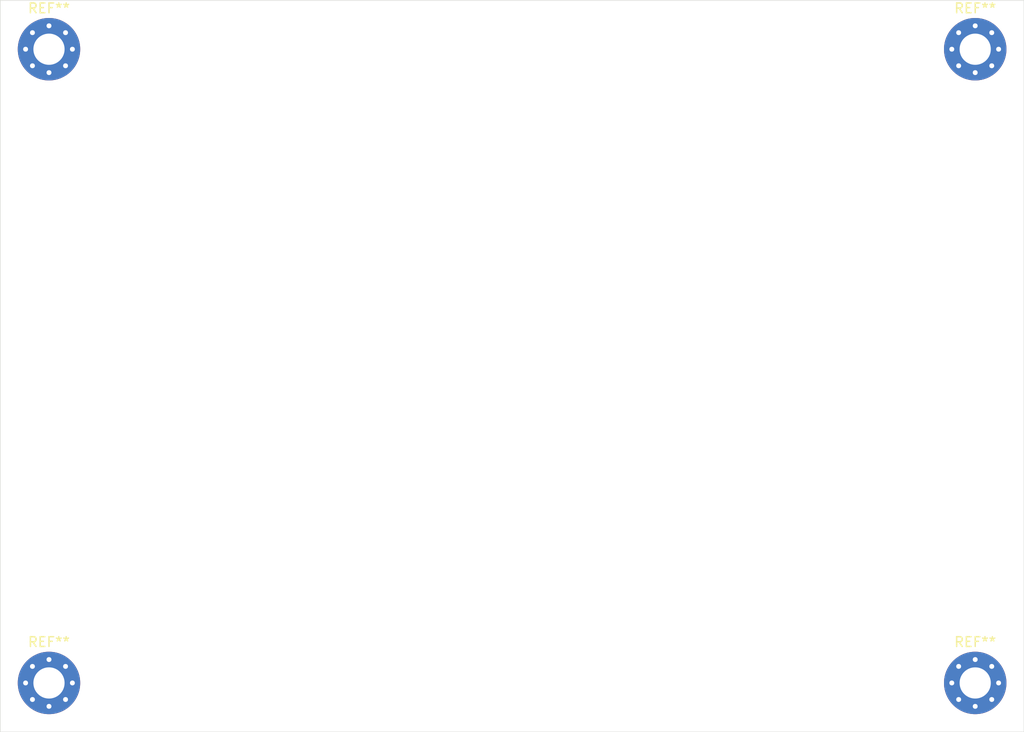
<source format=kicad_pcb>
(kicad_pcb (version 20171130) (host pcbnew "(5.1.9)-1")

  (general
    (thickness 1.6)
    (drawings 4)
    (tracks 0)
    (zones 0)
    (modules 4)
    (nets 1)
  )

  (page A4)
  (layers
    (0 F.Cu signal)
    (31 B.Cu signal)
    (32 B.Adhes user)
    (33 F.Adhes user)
    (34 B.Paste user)
    (35 F.Paste user)
    (36 B.SilkS user)
    (37 F.SilkS user)
    (38 B.Mask user)
    (39 F.Mask user)
    (40 Dwgs.User user)
    (41 Cmts.User user)
    (42 Eco1.User user)
    (43 Eco2.User user)
    (44 Edge.Cuts user)
    (45 Margin user)
    (46 B.CrtYd user)
    (47 F.CrtYd user)
    (48 B.Fab user)
    (49 F.Fab user)
  )

  (setup
    (last_trace_width 0.25)
    (trace_clearance 0.2)
    (zone_clearance 0.508)
    (zone_45_only no)
    (trace_min 0.2)
    (via_size 0.8)
    (via_drill 0.4)
    (via_min_size 0.4)
    (via_min_drill 0.3)
    (uvia_size 0.3)
    (uvia_drill 0.1)
    (uvias_allowed no)
    (uvia_min_size 0.2)
    (uvia_min_drill 0.1)
    (edge_width 0.05)
    (segment_width 0.2)
    (pcb_text_width 0.3)
    (pcb_text_size 1.5 1.5)
    (mod_edge_width 0.12)
    (mod_text_size 1 1)
    (mod_text_width 0.15)
    (pad_size 1.524 1.524)
    (pad_drill 0.762)
    (pad_to_mask_clearance 0)
    (aux_axis_origin 0 0)
    (visible_elements FFFFFF7F)
    (pcbplotparams
      (layerselection 0x010fc_ffffffff)
      (usegerberextensions false)
      (usegerberattributes true)
      (usegerberadvancedattributes true)
      (creategerberjobfile true)
      (excludeedgelayer true)
      (linewidth 0.100000)
      (plotframeref false)
      (viasonmask false)
      (mode 1)
      (useauxorigin false)
      (hpglpennumber 1)
      (hpglpenspeed 20)
      (hpglpendiameter 15.000000)
      (psnegative false)
      (psa4output false)
      (plotreference true)
      (plotvalue true)
      (plotinvisibletext false)
      (padsonsilk false)
      (subtractmaskfromsilk false)
      (outputformat 1)
      (mirror false)
      (drillshape 0)
      (scaleselection 1)
      (outputdirectory "export/"))
  )

  (net 0 "")

  (net_class Default "This is the default net class."
    (clearance 0.2)
    (trace_width 0.25)
    (via_dia 0.8)
    (via_drill 0.4)
    (uvia_dia 0.3)
    (uvia_drill 0.1)
  )

  (module MountingHole:MountingHole_3.2mm_M3_Pad_Via (layer F.Cu) (tedit 56DDBCCA) (tstamp 63E01349)
    (at 180 80)
    (descr "Mounting Hole 3.2mm, M3")
    (tags "mounting hole 3.2mm m3")
    (attr virtual)
    (fp_text reference REF** (at 0 -4.2) (layer F.SilkS)
      (effects (font (size 1 1) (thickness 0.15)))
    )
    (fp_text value MountingHole_3.2mm_M3_Pad_Via (at 0 4.2) (layer F.Fab) hide
      (effects (font (size 1 1) (thickness 0.15)))
    )
    (fp_circle (center 0 0) (end 3.2 0) (layer Cmts.User) (width 0.15))
    (fp_circle (center 0 0) (end 3.45 0) (layer F.CrtYd) (width 0.05))
    (fp_text user %R (at 0.3 0) (layer F.Fab)
      (effects (font (size 1 1) (thickness 0.15)))
    )
    (pad 1 thru_hole circle (at 0 0) (size 6.4 6.4) (drill 3.2) (layers *.Cu *.Mask))
    (pad 1 thru_hole circle (at 2.4 0) (size 0.8 0.8) (drill 0.5) (layers *.Cu *.Mask))
    (pad 1 thru_hole circle (at 1.697056 1.697056) (size 0.8 0.8) (drill 0.5) (layers *.Cu *.Mask))
    (pad 1 thru_hole circle (at 0 2.4) (size 0.8 0.8) (drill 0.5) (layers *.Cu *.Mask))
    (pad 1 thru_hole circle (at -1.697056 1.697056) (size 0.8 0.8) (drill 0.5) (layers *.Cu *.Mask))
    (pad 1 thru_hole circle (at -2.4 0) (size 0.8 0.8) (drill 0.5) (layers *.Cu *.Mask))
    (pad 1 thru_hole circle (at -1.697056 -1.697056) (size 0.8 0.8) (drill 0.5) (layers *.Cu *.Mask))
    (pad 1 thru_hole circle (at 0 -2.4) (size 0.8 0.8) (drill 0.5) (layers *.Cu *.Mask))
    (pad 1 thru_hole circle (at 1.697056 -1.697056) (size 0.8 0.8) (drill 0.5) (layers *.Cu *.Mask))
  )

  (module MountingHole:MountingHole_3.2mm_M3_Pad_Via (layer F.Cu) (tedit 56DDBCCA) (tstamp 63E01349)
    (at 180 145)
    (descr "Mounting Hole 3.2mm, M3")
    (tags "mounting hole 3.2mm m3")
    (attr virtual)
    (fp_text reference REF** (at 0 -4.2) (layer F.SilkS)
      (effects (font (size 1 1) (thickness 0.15)))
    )
    (fp_text value MountingHole_3.2mm_M3_Pad_Via (at 0 4.2) (layer F.Fab) hide
      (effects (font (size 1 1) (thickness 0.15)))
    )
    (fp_circle (center 0 0) (end 3.2 0) (layer Cmts.User) (width 0.15))
    (fp_circle (center 0 0) (end 3.45 0) (layer F.CrtYd) (width 0.05))
    (fp_text user %R (at 0.3 0) (layer F.Fab)
      (effects (font (size 1 1) (thickness 0.15)))
    )
    (pad 1 thru_hole circle (at 0 0) (size 6.4 6.4) (drill 3.2) (layers *.Cu *.Mask))
    (pad 1 thru_hole circle (at 2.4 0) (size 0.8 0.8) (drill 0.5) (layers *.Cu *.Mask))
    (pad 1 thru_hole circle (at 1.697056 1.697056) (size 0.8 0.8) (drill 0.5) (layers *.Cu *.Mask))
    (pad 1 thru_hole circle (at 0 2.4) (size 0.8 0.8) (drill 0.5) (layers *.Cu *.Mask))
    (pad 1 thru_hole circle (at -1.697056 1.697056) (size 0.8 0.8) (drill 0.5) (layers *.Cu *.Mask))
    (pad 1 thru_hole circle (at -2.4 0) (size 0.8 0.8) (drill 0.5) (layers *.Cu *.Mask))
    (pad 1 thru_hole circle (at -1.697056 -1.697056) (size 0.8 0.8) (drill 0.5) (layers *.Cu *.Mask))
    (pad 1 thru_hole circle (at 0 -2.4) (size 0.8 0.8) (drill 0.5) (layers *.Cu *.Mask))
    (pad 1 thru_hole circle (at 1.697056 -1.697056) (size 0.8 0.8) (drill 0.5) (layers *.Cu *.Mask))
  )

  (module MountingHole:MountingHole_3.2mm_M3_Pad_Via (layer F.Cu) (tedit 56DDBCCA) (tstamp 63E01349)
    (at 85 145)
    (descr "Mounting Hole 3.2mm, M3")
    (tags "mounting hole 3.2mm m3")
    (attr virtual)
    (fp_text reference REF** (at 0 -4.2) (layer F.SilkS)
      (effects (font (size 1 1) (thickness 0.15)))
    )
    (fp_text value MountingHole_3.2mm_M3_Pad_Via (at 0 4.2) (layer F.Fab) hide
      (effects (font (size 1 1) (thickness 0.15)))
    )
    (fp_circle (center 0 0) (end 3.2 0) (layer Cmts.User) (width 0.15))
    (fp_circle (center 0 0) (end 3.45 0) (layer F.CrtYd) (width 0.05))
    (fp_text user %R (at 0.3 0) (layer F.Fab)
      (effects (font (size 1 1) (thickness 0.15)))
    )
    (pad 1 thru_hole circle (at 0 0) (size 6.4 6.4) (drill 3.2) (layers *.Cu *.Mask))
    (pad 1 thru_hole circle (at 2.4 0) (size 0.8 0.8) (drill 0.5) (layers *.Cu *.Mask))
    (pad 1 thru_hole circle (at 1.697056 1.697056) (size 0.8 0.8) (drill 0.5) (layers *.Cu *.Mask))
    (pad 1 thru_hole circle (at 0 2.4) (size 0.8 0.8) (drill 0.5) (layers *.Cu *.Mask))
    (pad 1 thru_hole circle (at -1.697056 1.697056) (size 0.8 0.8) (drill 0.5) (layers *.Cu *.Mask))
    (pad 1 thru_hole circle (at -2.4 0) (size 0.8 0.8) (drill 0.5) (layers *.Cu *.Mask))
    (pad 1 thru_hole circle (at -1.697056 -1.697056) (size 0.8 0.8) (drill 0.5) (layers *.Cu *.Mask))
    (pad 1 thru_hole circle (at 0 -2.4) (size 0.8 0.8) (drill 0.5) (layers *.Cu *.Mask))
    (pad 1 thru_hole circle (at 1.697056 -1.697056) (size 0.8 0.8) (drill 0.5) (layers *.Cu *.Mask))
  )

  (module MountingHole:MountingHole_3.2mm_M3_Pad_Via (layer F.Cu) (tedit 56DDBCCA) (tstamp 63E01333)
    (at 85 80)
    (descr "Mounting Hole 3.2mm, M3")
    (tags "mounting hole 3.2mm m3")
    (attr virtual)
    (fp_text reference REF** (at 0 -4.2) (layer F.SilkS)
      (effects (font (size 1 1) (thickness 0.15)))
    )
    (fp_text value MountingHole_3.2mm_M3_Pad_Via (at 0 4.2) (layer F.Fab) hide
      (effects (font (size 1 1) (thickness 0.15)))
    )
    (fp_text user %R (at 0.3 0) (layer F.Fab)
      (effects (font (size 1 1) (thickness 0.15)))
    )
    (fp_circle (center 0 0) (end 3.2 0) (layer Cmts.User) (width 0.15))
    (fp_circle (center 0 0) (end 3.45 0) (layer F.CrtYd) (width 0.05))
    (pad 1 thru_hole circle (at 1.697056 -1.697056) (size 0.8 0.8) (drill 0.5) (layers *.Cu *.Mask))
    (pad 1 thru_hole circle (at 0 -2.4) (size 0.8 0.8) (drill 0.5) (layers *.Cu *.Mask))
    (pad 1 thru_hole circle (at -1.697056 -1.697056) (size 0.8 0.8) (drill 0.5) (layers *.Cu *.Mask))
    (pad 1 thru_hole circle (at -2.4 0) (size 0.8 0.8) (drill 0.5) (layers *.Cu *.Mask))
    (pad 1 thru_hole circle (at -1.697056 1.697056) (size 0.8 0.8) (drill 0.5) (layers *.Cu *.Mask))
    (pad 1 thru_hole circle (at 0 2.4) (size 0.8 0.8) (drill 0.5) (layers *.Cu *.Mask))
    (pad 1 thru_hole circle (at 1.697056 1.697056) (size 0.8 0.8) (drill 0.5) (layers *.Cu *.Mask))
    (pad 1 thru_hole circle (at 2.4 0) (size 0.8 0.8) (drill 0.5) (layers *.Cu *.Mask))
    (pad 1 thru_hole circle (at 0 0) (size 6.4 6.4) (drill 3.2) (layers *.Cu *.Mask))
  )

  (gr_line (start 185 75) (end 80 75) (layer Edge.Cuts) (width 0.05) (tstamp 63DFAF8D))
  (gr_line (start 185 150) (end 185 75) (layer Edge.Cuts) (width 0.05))
  (gr_line (start 80 150) (end 185 150) (layer Edge.Cuts) (width 0.05))
  (gr_line (start 80 75) (end 80 150) (layer Edge.Cuts) (width 0.05))

)

</source>
